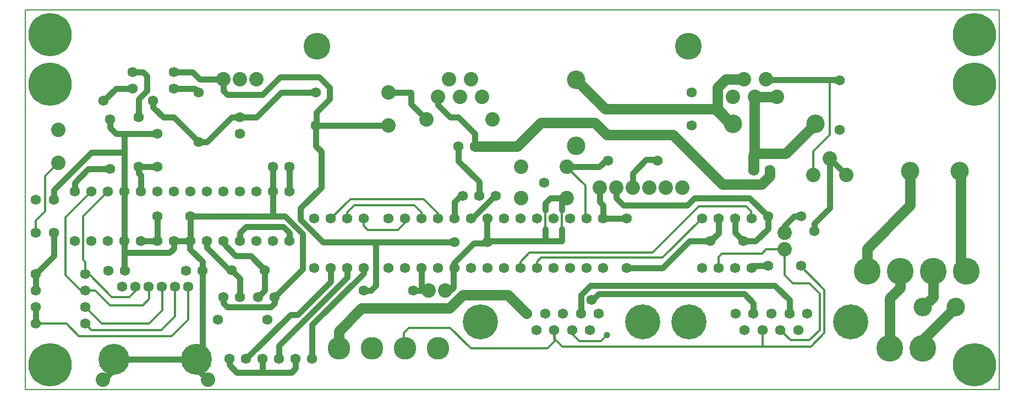
<source format=gbr>
G04                                                                  *
G04 SOURCE        : LAYO1 PCB.EXE VERSION 10                         *
G04 FORMAT        : GERBER RS-274X, Inch, 2.4, Leading Zero          *
G04 TITLE         : CAN-GC1E_SIGNAL BOTTOM                           *
G04 TIME          : Monday, April 02, 2012  13:36:45                 *
G04                                                                  *
G04 Board width   : 149.860 mm. =  5.9000 inch                       *
G04 Board height  :  58.420 mm. =  2.3000 inch                       *
G04 Board offset  :   0.000 mm. =  0.0000 inch                       *
G04 Board offset  :   0.000 mm. =  0.0000 inch                       *
G04                                                                  *
G04 Apertures:                                                       *
G04       Type          X       Y             X       Y        Used  *
G04                      Inches                Metric                *
G04 D10   Draw        0.0079  0.0079        0.200   0.200         5  *
G04 D11   Round       0.0622  0.0622        1.580   1.580       176  *
G04 D12   Round       0.2118  0.2118        5.380   5.380         4  *
G04 D13   Round       0.0874  0.0874        2.220   2.220        38  *
G04 D14   Round       0.1622  0.1622        4.120   4.120         8  *
G04 D15   Round       0.2622  0.2622        6.660   6.660         6  *
G04 D16   Round       0.1118  0.1118        2.840   2.840         8  *
G04 D17   Draw        0.0625  0.0625        1.588   1.588        59  *
G04 D18   Draw        0.0375  0.0375        0.953   0.953       292  *
G04 D19   Draw        0.0125  0.0125        0.318   0.318       126  *
G04 D20   Round       0.1370  0.1370        3.480   3.480         4  *
G04 D21   Round       0.0394  0.0394        1.000   1.000         1  *
G04 D22   Round       0.1874  0.1874        4.760   4.760         2  *
G04                                                                  *
%FSLAX24Y24*
MOIN*
SFA1.0B1.0*%
%ADD10C,0.0079*%
%ADD11C,0.0622*%
%ADD12C,0.2118*%
%ADD13C,0.0874*%
%ADD14C,0.1622*%
%ADD15C,0.2622*%
%ADD16C,0.1118*%
%ADD17C,0.0625*%
%ADD18C,0.0375*%
%ADD19C,0.0125*%
%ADD20C,0.1370*%
%ADD21C,0.0394*%
%ADD22C,0.1874*%
%LNSIGNAL BOTTOM*%
G54D10*
X000000Y023000D02*
X000000Y000000D01*
X059000Y000000D01*
X059000Y023000D01*
X000000Y023000D01*
G54D11*
X033000Y010375D03*
X032000Y010375D03*
X031000Y010375D03*
X030000Y010375D03*
X025000Y007375D03*
X028000Y007375D03*
X029000Y007375D03*
X032000Y007375D03*
X033000Y007375D03*
X014016Y012000D03*
X013016Y012000D03*
X012016Y012000D03*
X041000Y007375D03*
X032594Y004625D03*
X045219Y004625D03*
X005898Y006250D03*
X031438Y012563D03*
X045125Y013313D03*
X027250Y014750D03*
X049359Y018750D03*
X009016Y018250D03*
X010531Y018000D03*
X006516Y018250D03*
X004766Y017516D03*
X034000Y010375D03*
X035313Y013875D03*
X000641Y004000D03*
X000641Y009500D03*
X009891Y006250D03*
X000641Y005000D03*
X011695Y004258D03*
X009742Y007219D03*
X016016Y012000D03*
X016000Y013500D03*
X015016Y009000D03*
X014695Y004258D03*
X014016Y009000D03*
X017516Y010375D03*
X012016Y009000D03*
X014531Y007266D03*
X014125Y005625D03*
X026000Y010375D03*
X026516Y011750D03*
X022000Y007375D03*
X011016Y012000D03*
X023000Y007375D03*
X010016Y012000D03*
X007016Y012000D03*
X008016Y013500D03*
X006891Y013500D03*
X022000Y010375D03*
X009016Y012000D03*
X029000Y010375D03*
X008016Y012000D03*
X035000Y010375D03*
X036438Y010375D03*
X011016Y009000D03*
X012531Y007266D03*
X013000Y005625D03*
X005016Y012000D03*
X006695Y006250D03*
X003641Y007000D03*
X005016Y009000D03*
X003641Y004000D03*
X009094Y006250D03*
X027000Y010375D03*
X028516Y011750D03*
X004016Y012000D03*
X003641Y006000D03*
X007492Y006250D03*
X004016Y009000D03*
X008297Y006250D03*
X003641Y005000D03*
X003016Y012000D03*
X005141Y013375D03*
X000641Y006000D03*
X001766Y009500D03*
X000641Y007000D03*
X034000Y007375D03*
X035000Y007375D03*
X017516Y007375D03*
X005047Y007219D03*
X023000Y010375D03*
X020516Y010375D03*
X024000Y010375D03*
X019516Y010375D03*
X025000Y010375D03*
X018516Y010375D03*
X024000Y007375D03*
X023500Y006000D03*
X017391Y001875D03*
X020516Y007375D03*
X015391Y001875D03*
X019516Y007375D03*
X018516Y007375D03*
X013391Y001875D03*
X031508Y004625D03*
X044133Y004625D03*
X034320Y005438D03*
X031000Y007375D03*
X041000Y010375D03*
X042000Y007375D03*
X033141Y003625D03*
X045766Y003625D03*
X047016Y010500D03*
X043000Y007375D03*
X047016Y007500D03*
X032055Y003625D03*
X044680Y003625D03*
X030000Y007375D03*
X044000Y010375D03*
X033680Y004625D03*
X046305Y004625D03*
X044000Y007375D03*
X045016Y007500D03*
X003016Y009000D03*
X007016Y009000D03*
X008016Y009000D03*
X013016Y009000D03*
X016016Y009000D03*
X008016Y010500D03*
X013000Y015500D03*
X006516Y019250D03*
X006891Y016500D03*
X040375Y016016D03*
X030422Y004625D03*
X030969Y003625D03*
X043047Y004625D03*
X043594Y003625D03*
X047828Y009625D03*
X028000Y010375D03*
X026000Y007375D03*
X015016Y012000D03*
X006016Y012000D03*
X006016Y009000D03*
X009016Y009000D03*
X010016Y009000D03*
X043000Y010375D03*
X005141Y016375D03*
X045016Y010500D03*
X028000Y008938D03*
X043516Y009000D03*
X010016Y010500D03*
X008016Y015500D03*
X001766Y011500D03*
X000641Y011500D03*
X015125Y005625D03*
X012000Y005625D03*
X015000Y013500D03*
X044125Y013313D03*
X026250Y014750D03*
X040375Y018016D03*
X013000Y016500D03*
X034766Y004625D03*
X034227Y003625D03*
X047391Y004625D03*
X046852Y003625D03*
X010742Y007219D03*
X006047Y007219D03*
X007766Y017516D03*
X010531Y015000D03*
X027516Y011750D03*
X049359Y015750D03*
X017625Y018000D03*
X027000Y007375D03*
X042000Y010375D03*
X036438Y007375D03*
X026000Y008938D03*
X041516Y009000D03*
X012391Y001875D03*
X014391Y001875D03*
X016391Y001875D03*
X009016Y019250D03*
X038313Y013875D03*
X017625Y016000D03*
X020500Y006000D03*
G54D12*
X037406Y004125D03*
X027586Y004125D03*
X050031Y004125D03*
X040211Y004125D03*
G54D13*
X037813Y012250D03*
X030063Y013500D03*
X030063Y011625D03*
X025000Y017750D03*
X042875Y017750D03*
X043547Y018828D03*
X022000Y018000D03*
X025672Y018828D03*
X024313Y016375D03*
X044883Y018828D03*
X047750Y013016D03*
X032813Y013500D03*
X002016Y013750D03*
X034813Y012250D03*
X038813Y012250D03*
X039813Y012250D03*
X024438Y006000D03*
X046016Y008500D03*
X046016Y009500D03*
X014000Y018813D03*
X002016Y015750D03*
X049750Y013016D03*
X048750Y014016D03*
X035813Y012250D03*
X026336Y017750D03*
X027680Y017750D03*
X044211Y017750D03*
X045555Y017750D03*
X011070Y000602D03*
X004711Y000602D03*
X032813Y011625D03*
X013000Y018813D03*
X028313Y016375D03*
X025438Y006000D03*
X022000Y016000D03*
X036813Y012250D03*
X027008Y018828D03*
X012000Y018813D03*
G54D14*
X017688Y020813D03*
X040188Y020813D03*
X054375Y002500D03*
X057000Y007188D03*
X055000Y007188D03*
X053000Y007188D03*
X052375Y002500D03*
X051000Y007188D03*
G54D15*
X057500Y001500D03*
X057500Y018500D03*
X001500Y018500D03*
X001500Y001500D03*
X057500Y021500D03*
X001500Y021500D03*
G54D16*
X056375Y005000D03*
X056625Y013250D03*
X033375Y018781D03*
X042891Y016125D03*
X054375Y005000D03*
X033375Y014781D03*
X047891Y016125D03*
X053625Y013250D03*
G54D17*
X056375Y005000D02*
X054391Y003016D01*
X054391Y002500D01*
X033375Y018781D02*
X035156Y017000D01*
X041938Y017000D01*
X042813Y016125D01*
X042891Y016125D01*
X043563Y018828D02*
X042438Y018828D01*
X041938Y018328D01*
X041938Y017000D01*
X041938Y016891D01*
X042688Y016141D01*
X042938Y016141D01*
X054375Y005000D02*
X055000Y005625D01*
X055000Y007250D01*
X053000Y007188D02*
X053000Y006188D01*
X052375Y005563D01*
X052375Y002500D01*
X057000Y007188D02*
X056688Y007500D01*
X056688Y013313D01*
X045125Y013313D02*
X045125Y012938D01*
X044625Y012438D01*
X042250Y012438D01*
X039250Y015438D01*
X035250Y015438D01*
X034500Y016188D01*
X031250Y016188D01*
X029813Y014750D01*
X027250Y014750D01*
X019016Y002500D02*
X019016Y003563D01*
X020391Y004938D01*
X025703Y004938D01*
X026516Y005750D01*
X029266Y005750D01*
X030391Y004625D01*
X044125Y013313D02*
X044125Y014188D01*
X044188Y014250D01*
X044188Y014328D01*
X044188Y017500D01*
X044250Y017563D01*
X044250Y017766D01*
X045563Y017766D01*
X047891Y016125D02*
X046094Y014328D01*
X044141Y014328D01*
X044141Y013328D01*
X051000Y007188D02*
X051000Y008563D01*
X053625Y011188D01*
X053625Y013234D01*
X053625Y013313D01*
G54D18*
X025000Y017750D02*
X025000Y017250D01*
X025750Y016500D01*
X026250Y016500D01*
X027250Y015500D01*
X027250Y014750D01*
X022000Y018000D02*
X023250Y018000D01*
X024313Y016375D02*
X023375Y017313D01*
X023375Y018000D01*
X022000Y018000D01*
X010531Y018000D02*
X010281Y018250D01*
X009000Y018250D01*
X004766Y017516D02*
X005500Y018250D01*
X006500Y018250D01*
X016000Y013500D02*
X016000Y012000D01*
X014125Y005625D02*
X014531Y006031D01*
X014531Y007266D01*
X013672Y008125D01*
X012766Y008125D01*
X012016Y008875D01*
X012016Y009000D01*
X026000Y010375D02*
X026000Y011375D01*
X026375Y011750D01*
X026500Y011750D01*
X008016Y013500D02*
X006891Y013500D01*
X006891Y013125D01*
X007016Y013000D01*
X007016Y012000D01*
X036438Y010375D02*
X035000Y010375D01*
X035000Y011188D01*
X034813Y011375D01*
X034813Y012250D01*
X011016Y009000D02*
X011016Y008625D01*
X012391Y007250D01*
X012500Y007250D01*
X013000Y006750D01*
X013000Y005625D01*
X028516Y011750D02*
X028453Y011750D01*
X027078Y010375D01*
X027016Y010375D01*
X003016Y012000D02*
X003016Y012563D01*
X003828Y013375D01*
X005141Y013375D01*
X000641Y006000D02*
X000641Y007000D01*
X001766Y008125D01*
X001766Y009500D01*
X023500Y006000D02*
X024438Y006000D01*
X024000Y006000D01*
X024000Y007375D01*
X020516Y007375D02*
X020516Y007063D01*
X017391Y003938D01*
X017391Y001875D01*
X015391Y001875D02*
X015391Y002688D01*
X019516Y006813D01*
X019516Y007375D01*
X013391Y001875D02*
X016078Y004563D01*
X016516Y004563D01*
X018516Y006563D01*
X018516Y007375D01*
X044133Y004625D02*
X044133Y005250D01*
X043570Y005813D01*
X034758Y005813D01*
X034383Y005438D01*
X034320Y005438D01*
X047016Y010500D02*
X046578Y010500D01*
X046016Y009938D01*
X046016Y009500D01*
X046305Y004625D02*
X046305Y005438D01*
X045430Y006313D01*
X034242Y006313D01*
X033680Y005750D01*
X033680Y004625D01*
X044000Y007375D02*
X044125Y007500D01*
X045016Y007500D01*
X007016Y009000D02*
X008016Y009000D01*
X008016Y010500D01*
X016016Y009000D02*
X016016Y009500D01*
X015641Y009875D01*
X013391Y009875D01*
X013016Y009500D01*
X013016Y009000D01*
X006516Y019250D02*
X007141Y019250D01*
X007391Y019000D01*
X007391Y018125D01*
X006891Y017625D01*
X006891Y016500D01*
X049750Y013016D02*
X048750Y014016D01*
X048750Y014016D02*
X048750Y011016D01*
X047828Y010094D01*
X047828Y009625D01*
X049359Y018750D02*
X049312Y018797D01*
X048750Y018797D01*
X044875Y018797D01*
X032859Y013500D02*
X034797Y013500D01*
X035172Y013875D01*
X035297Y013875D01*
X000641Y004000D02*
X000641Y005000D01*
X010742Y007219D02*
X010742Y007781D01*
X009992Y008531D01*
X009992Y008969D01*
X010000Y008977D01*
X010000Y010438D01*
X009016Y009000D02*
X010016Y009000D01*
X006047Y007219D02*
X006000Y007266D01*
X006000Y008313D01*
X006000Y009000D01*
X006016Y012000D02*
X006016Y009000D01*
X009016Y009000D02*
X009016Y008563D01*
X008766Y008313D01*
X006016Y008313D01*
X015125Y005625D02*
X016828Y007328D01*
X016828Y009438D01*
X015766Y010500D01*
X015000Y010500D01*
X015016Y010516D01*
X015016Y012000D01*
X015016Y012563D01*
X015016Y013500D01*
X010016Y010500D02*
X015016Y010500D01*
X015016Y012000D01*
X011070Y000602D02*
X010383Y001289D01*
X010383Y001852D01*
X005320Y001852D01*
X005320Y001164D01*
X004758Y000602D01*
X010742Y007219D02*
X010742Y002469D01*
X010367Y002094D01*
X010367Y001844D01*
X008016Y015500D02*
X005516Y015500D01*
X005141Y015875D01*
X005141Y016375D01*
X006016Y012000D02*
X006016Y014375D01*
X006016Y015500D01*
X008016Y015500D01*
X001766Y011500D02*
X001766Y012125D01*
X004016Y014375D01*
X006016Y014375D01*
X013000Y016500D02*
X014000Y016500D01*
X015500Y018000D01*
X017625Y018000D01*
X026266Y014750D02*
X026250Y014734D01*
X026250Y013859D01*
X027500Y012609D01*
X027500Y011750D01*
X027984Y010375D02*
X027984Y008938D01*
X027922Y008875D01*
X027188Y008875D01*
X025984Y007672D01*
X025984Y007375D01*
X025438Y006000D02*
X025750Y006000D01*
X025938Y006188D01*
X025938Y007375D01*
X045016Y010500D02*
X045016Y009750D01*
X044266Y009000D01*
X043516Y009000D01*
X043000Y009516D01*
X043000Y010375D01*
X028000Y008938D02*
X028063Y009000D01*
X031500Y009000D01*
X032500Y009000D01*
X032500Y009750D01*
X032500Y010875D02*
X032500Y011188D01*
X032500Y011625D01*
X031500Y009000D02*
X031500Y009750D01*
X031500Y010875D02*
X031500Y011313D01*
X031813Y011625D01*
X032438Y011625D01*
X032813Y011625D01*
X035813Y012250D02*
X035813Y011625D01*
X036250Y011188D01*
X040125Y011188D01*
X040563Y011625D01*
X043875Y011625D01*
X045000Y010500D01*
X013000Y016500D02*
X012500Y016500D01*
X011000Y015000D01*
X010500Y015000D01*
X009000Y016500D01*
X008375Y016500D01*
X007766Y017109D01*
X007766Y017484D01*
X012000Y005625D02*
X012000Y005250D01*
X012250Y005000D01*
X014875Y005000D01*
X015125Y005250D01*
X015125Y005625D01*
X012391Y001875D02*
X012391Y001500D01*
X012828Y001063D01*
X014391Y001063D01*
X016141Y001063D01*
X016391Y001313D01*
X016391Y001875D01*
X014391Y001875D02*
X014391Y001063D01*
X017625Y016000D02*
X022000Y016000D01*
X020500Y006000D02*
X020938Y006000D01*
X021250Y006313D01*
X021250Y007125D01*
X021250Y008938D01*
X026000Y008938D01*
X041516Y009000D02*
X042000Y009484D01*
X042000Y010375D01*
X036438Y007375D02*
X038625Y007375D01*
X040250Y009000D01*
X041500Y009000D01*
X036813Y012250D02*
X036813Y013125D01*
X037625Y013938D01*
X038313Y013938D01*
X009016Y019250D02*
X010141Y019250D01*
X010578Y018813D01*
X012016Y018813D01*
X017625Y016000D02*
X017625Y014750D01*
X017938Y014438D01*
X017938Y012250D01*
X016688Y011000D01*
X016688Y010313D01*
X018063Y008938D01*
X021188Y008938D01*
X021250Y008875D01*
X021250Y007125D01*
X011953Y018875D02*
X012016Y018813D01*
X012016Y018125D01*
X012266Y017875D01*
X014391Y017875D01*
X015453Y018938D01*
X017828Y018938D01*
X018453Y018313D01*
X018453Y017625D01*
X017641Y016813D01*
X017641Y016000D01*
G54D19*
X047750Y013016D02*
X047750Y014453D01*
X048750Y015453D01*
X048750Y018766D01*
X034000Y010375D02*
X033938Y010438D01*
X033938Y012375D01*
X032859Y013453D01*
X032859Y013500D01*
X000641Y009500D02*
X000641Y010250D01*
X001203Y010813D01*
X001203Y012938D01*
X002016Y013750D01*
X009891Y006250D02*
X009891Y004250D01*
X008891Y003250D01*
X003266Y003250D01*
X002516Y004000D01*
X000641Y004000D01*
X005016Y012000D02*
X003516Y010500D01*
X003516Y007875D01*
X003641Y007750D01*
X003641Y007000D01*
X003641Y007000D02*
X003891Y007000D01*
X005266Y005625D01*
X006328Y005625D01*
X006703Y006000D01*
X006703Y006250D01*
X003641Y004000D02*
X004016Y003625D01*
X008266Y003625D01*
X009078Y004438D01*
X009078Y006250D01*
X004016Y012000D02*
X002453Y010438D01*
X002453Y006938D01*
X003391Y006000D01*
X003641Y006000D01*
X004266Y006000D01*
X005141Y005125D01*
X007141Y005125D01*
X007516Y005500D01*
X007516Y006250D01*
X003641Y005000D02*
X004641Y004000D01*
X007500Y004000D01*
X008313Y004813D01*
X008313Y006250D01*
X020516Y010375D02*
X020516Y009938D01*
X020766Y009688D01*
X022578Y009688D01*
X023016Y010125D01*
X023016Y010375D01*
X019516Y010375D02*
X019516Y010750D01*
X019953Y011188D01*
X023578Y011188D01*
X024016Y010750D01*
X024016Y010375D01*
X018516Y010375D02*
X019703Y011563D01*
X024141Y011563D01*
X025016Y010688D01*
X025016Y010375D01*
X041000Y010375D02*
X038625Y008000D01*
X031266Y008000D01*
X031016Y007750D01*
X031016Y007375D01*
X045766Y003625D02*
X046391Y003000D01*
X047516Y003000D01*
X048141Y003625D01*
X048141Y005813D01*
X047516Y006438D01*
X046516Y006438D01*
X046016Y006938D01*
X046016Y008500D01*
X046016Y008500D02*
X044891Y008500D01*
X044641Y008250D01*
X042203Y008250D01*
X042000Y008047D01*
X042000Y007375D01*
X035266Y003313D02*
X034891Y002938D01*
X033578Y002938D01*
X033141Y003375D01*
X033141Y003625D01*
X044680Y003625D02*
X044680Y002688D01*
X044742Y002625D01*
X047617Y002625D01*
X048430Y003438D01*
X048430Y006063D01*
X047000Y007492D01*
X047000Y007500D01*
X044680Y002625D02*
X032555Y002625D01*
X032055Y003125D01*
X032055Y003625D01*
X023016Y002500D02*
X022953Y002500D01*
X022953Y003438D01*
X023266Y003750D01*
X025766Y003750D01*
X027016Y002500D01*
X031641Y002500D01*
X032078Y002938D01*
X032078Y003625D01*
X030000Y007375D02*
X030000Y007750D01*
X030563Y008313D01*
X038000Y008313D01*
X040813Y011125D01*
X043688Y011125D01*
X043984Y010828D01*
X043984Y010375D01*
X032500Y009750D02*
X032500Y010875D01*
X031500Y009750D02*
X031500Y010875D01*
G54D20*
X021016Y002500D03*
X023016Y002500D03*
X019016Y002500D03*
X025016Y002500D03*
G54D21*
X035266Y003313D03*
G54D22*
X010391Y001852D03*
X005391Y001852D03*
M02*

</source>
